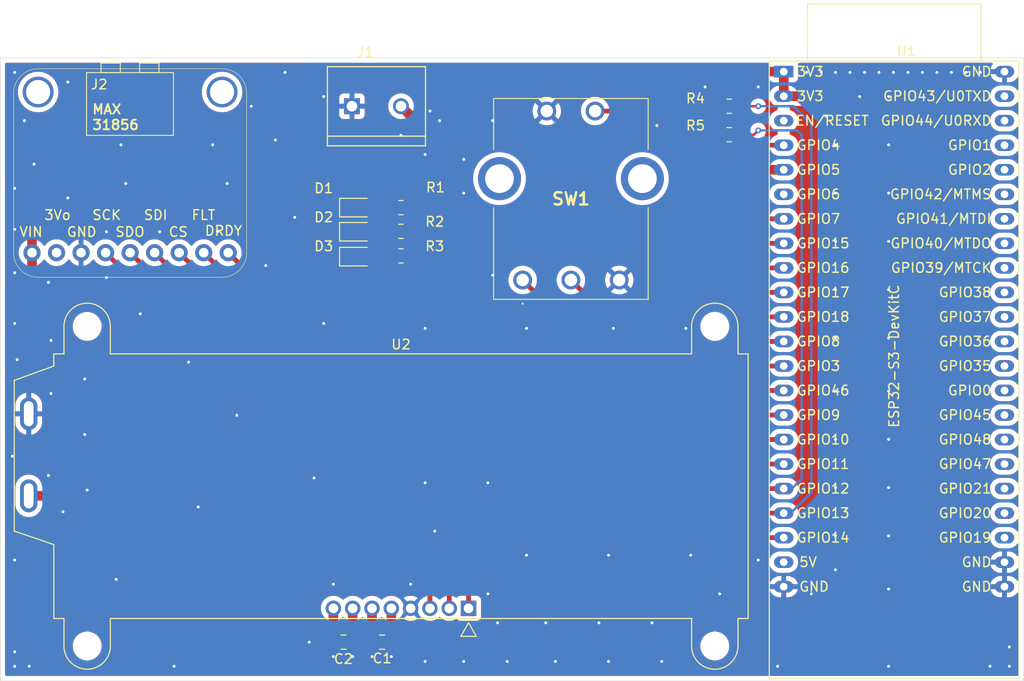
<source format=kicad_pcb>
(kicad_pcb (version 20241229) (generator "pcbnew") (generator_version "9.0")
  (title_block (title "Tube Furnace PCB") (date "2025-03-26") (rev "v2") (company "Waterloo Hacker Fab"))
  (layers (0 "F.Cu" signal) (2 "B.Cu" signal) (13 "F.Paste" user) (15 "B.Paste" user) (5 "F.SilkS" user "F.Silkscreen") (7 "B.SilkS" user "B.Silkscreen") (1 "F.Mask" user) (3 "B.Mask" user) (25 "Edge.Cuts" user))
  (net 0 "")
  (net 1 "GND")
  (net 2 "+3.3V")
  (net 3 "+5V")
  (net 4 "/SSR_PWM")
  (net 5 "Net-(D3-A)")
  (net 6 "Net-(D2-A)")
  (net 7 "Net-(D1-A)")
  (net 8 "Net-(U2-VOUT)")
  (net 9 "Net-(U2-C1+)")
  (net 10 "Net-(U2-C1-)")
  (net 11 "/SCL")
  (net 12 "/SDA")
  (net 13 "/ENC_B")
  (net 14 "/ENC_A")
  (net 15 "/ENC_SW")
  (net 16 "/MAX_SDO")
  (net 17 "/MAX_SCK")
  (net 18 "/MAX_DRDY")
  (net 19 "/MAX_3.3VOUT")
  (net 20 "/MAX_SDI")
  (net 21 "/MAX_CS")
  (net 22 "/MAX_FAULT")
  (net 23 "/DISPLAY_RST")
  (net 24 "/LED_1")
  (net 25 "/LED_2")
  (net 26 "/LED_3")
  (footprint "Diode_SMD:D_0805_2012Metric_Pad1.15x1.40mm_HandSolder" (layer "F.Cu") (at 121 76.5)
    (property "Reference" "D2" (hide yes))
    (property "Value" "LED")
    (pad "1" smd roundrect (at -1.025 0) (size 1.15 1.4) (layers "F.Cu" "F.Mask" "F.Paste") (roundrect_rratio 0.217391) (net 1 "GND"))
    (pad "2" smd roundrect (at 1.025 0) (size 1.15 1.4) (layers "F.Cu" "F.Mask" "F.Paste") (roundrect_rratio 0.217391) (net 6 "Net-(D2-A)"))
  )
  (footprint "phoenix_footprints:TE_282837-2" (layer "F.Cu") (at 122.96 63.5)
    (property "Reference" "J1" (at -1.127255 -5.614945 0) (layer "F.SilkS") (effects (font (size 1.002039 1.002039))))
    (property "Value" "Screw_Terminal_01x02")
    (pad "1" thru_hole rect (at -2.54 0) (size 1.65 1.65) (drill 1.1) (layers "*.Cu" "*.Mask") (net 1 "GND"))
    (pad "2" thru_hole circle (at 2.54 0) (size 1.65 1.65) (drill 1.1) (layers "*.Cu" "*.Mask") (net 4 "/SSR_PWM"))
  )
  (footprint "Capacitor_SMD:C_0805_2012Metric" (layer "F.Cu") (at 123.55 119 180)
    (property "Reference" "C1" (at 0 -1.68 0) (layer "F.SilkS"))
    (property "Value" "1uF")
    (pad "1" smd roundrect (at -0.95 0 180) (size 1 1.45) (layers "F.Cu" "F.Mask" "F.Paste") (net 2 "+3.3V"))
    (pad "2" smd roundrect (at 0.95 0 180) (size 1 1.45) (layers "F.Cu" "F.Mask" "F.Paste") (net 8 "Net-(U2-VOUT)"))
  )
  (footprint "Resistor_SMD:R_0805_2012Metric_Pad1.20x1.40mm_HandSolder" (layer "F.Cu") (at 125.5 76.46 180)
    (property "Reference" "R2" (at -3.5 1 0) (layer "F.SilkS"))
    (property "Value" "220")
    (pad "1" smd roundrect (at -1 0 180) (size 1.2 1.4) (layers "F.Cu" "F.Mask" "F.Paste") (roundrect_rratio 0.208333) (net 25 "/LED_2"))
    (pad "2" smd roundrect (at 1 0 180) (size 1.2 1.4) (layers "F.Cu" "F.Mask" "F.Paste") (roundrect_rratio 0.208333) (net 6 "Net-(D2-A)"))
  )
  (footprint "Capacitor_SMD:C_0805_2012Metric" (layer "F.Cu") (at 119.55 119 180)
    (property "Reference" "C2" (at 0.008519 -1.745267 0) (layer "F.SilkS"))
    (property "Value" "1uF")
    (pad "1" smd roundrect (at -0.95 0 180) (size 1 1.45) (layers "F.Cu" "F.Mask" "F.Paste") (net 9 "Net-(U2-C1+)"))
    (pad "2" smd roundrect (at 0.95 0 180) (size 1 1.45) (layers "F.Cu" "F.Mask" "F.Paste") (net 10 "Net-(U2-C1-)"))
  )
  (footprint "Resistor_SMD:R_0805_2012Metric_Pad1.20x1.40mm_HandSolder" (layer "F.Cu") (at 125.5 79 180)
    (property "Reference" "R3" (at -3.5 1 0) (layer "F.SilkS"))
    (property "Value" "220")
    (pad "1" smd roundrect (at -1 0 180) (size 1.2 1.4) (layers "F.Cu" "F.Mask" "F.Paste") (roundrect_rratio 0.208333) (net 26 "/LED_3"))
    (pad "2" smd roundrect (at 1 0 180) (size 1.2 1.4) (layers "F.Cu" "F.Mask" "F.Paste") (roundrect_rratio 0.208333) (net 5 "Net-(D3-A)"))
  )
  (footprint "!footprints:PEC164120FS0012" (layer "F.Cu") (at 138.1 81.5)
    (property "Reference" "SW1" (at 5 -8.4 0) (layer "F.SilkS") (effects (font (size 1.27 1.27) (thickness 0.254))))
    (property "Value" "RotaryEncoder_Switch" (hide yes))
    (pad "A" thru_hole circle (at 0 0) (size 1.95 1.95) (drill 1.3) (layers "*.Cu" "*.Mask") (net 14 "/ENC_A"))
    (pad "B" thru_hole circle (at 5 0) (size 1.95 1.95) (drill 1.3) (layers "*.Cu" "*.Mask") (net 13 "/ENC_B"))
    (pad "C" thru_hole circle (at 10 0) (size 1.95 1.95) (drill 1.3) (layers "*.Cu" "*.Mask") (net 1 "GND"))
    (pad "MH1" thru_hole circle (at -2.4 -10.5) (size 4.46 4.46) (drill 2.9732) (layers "*.Cu" "*.Mask"))
    (pad "MH2" thru_hole circle (at 12.4 -10.5) (size 4.46 4.46) (drill 2.9732) (layers "*.Cu" "*.Mask"))
    (pad "S1" thru_hole circle (at 2.5 -17.5) (size 1.95 1.95) (drill 1.3) (layers "*.Cu" "*.Mask") (net 1 "GND"))
    (pad "S2" thru_hole circle (at 7.5 -17.5) (size 1.95 1.95) (drill 1.3) (layers "*.Cu" "*.Mask") (net 15 "/ENC_SW"))
  )
  (footprint "Diode_SMD:D_0805_2012Metric_Pad1.15x1.40mm_HandSolder" (layer "F.Cu") (at 121 79.08)
    (property "Reference" "D3" (hide yes))
    (property "Value" "LED")
    (pad "1" smd roundrect (at -1.025 0) (size 1.15 1.4) (layers "F.Cu" "F.Mask" "F.Paste") (roundrect_rratio 0.217391) (net 1 "GND"))
    (pad "2" smd roundrect (at 1.025 0) (size 1.15 1.4) (layers "F.Cu" "F.Mask" "F.Paste") (roundrect_rratio 0.217391) (net 5 "Net-(D3-A)"))
  )
  (footprint "Resistor_SMD:R_0805_2012Metric_Pad1.20x1.40mm_HandSolder" (layer "F.Cu") (at 159.5 66.45)
    (property "Reference" "R5" (at -3.5 -0.95 0) (layer "F.SilkS"))
    (property "Value" "4.7k")
    (pad "1" smd roundrect (at -1 0) (size 1.2 1.4) (layers "F.Cu" "F.Mask" "F.Paste") (roundrect_rratio 0.208333) (net 2 "+3.3V"))
    (pad "2" smd roundrect (at 1 0) (size 1.2 1.4) (layers "F.Cu" "F.Mask" "F.Paste") (roundrect_rratio 0.208333) (net 12 "/SDA"))
  )
  (footprint "Resistor_SMD:R_0805_2012Metric_Pad1.20x1.40mm_HandSolder" (layer "F.Cu") (at 159.5 63.5)
    (property "Reference" "R4" (at -3.5 -0.8 0) (layer "F.SilkS"))
    (property "Value" "4.7k")
    (pad "1" smd roundrect (at -1 0) (size 1.2 1.4) (layers "F.Cu" "F.Mask" "F.Paste") (roundrect_rratio 0.208333) (net 2 "+3.3V"))
    (pad "2" smd roundrect (at 1 0) (size 1.2 1.4) (layers "F.Cu" "F.Mask" "F.Paste") (roundrect_rratio 0.208333) (net 11 "/SCL"))
  )
  (footprint "Diode_SMD:D_0805_2012Metric_Pad1.15x1.40mm_HandSolder" (layer "F.Cu") (at 121 74)
    (property "Reference" "D1" (hide yes))
    (property "Value" "LED")
    (pad "1" smd roundrect (at -1.025 0) (size 1.15 1.4) (layers "F.Cu" "F.Mask" "F.Paste") (roundrect_rratio 0.217391) (net 1 "GND"))
    (pad "2" smd roundrect (at 1.025 0) (size 1.15 1.4) (layers "F.Cu" "F.Mask" "F.Paste") (roundrect_rratio 0.217391) (net 7 "Net-(D1-A)"))
  )
  (footprint "Display:NHD-C0220BiZ" (layer "F.Cu") (at 125.5 99.6)
    (property "Reference" "U2" (at 0 -11.43 0) (layer "F.SilkS"))
    (property "Value" "NHD-C0220BIZ")
    (pad "" np_thru_hole circle (at -32.5 -13.3) (size 2.5 2.5) (drill 2.5) (layers "*.Cu" "*.Mask"))
    (pad "" np_thru_hole circle (at -32.5 19.8) (size 2.5 2.5) (drill 2.5) (layers "*.Cu" "*.Mask"))
    (pad "" np_thru_hole circle (at 32.5 -13.3) (size 2.5 2.5) (drill 2.5) (layers "*.Cu" "*.Mask"))
    (pad "" np_thru_hole circle (at 32.5 19.8) (size 2.5 2.5) (drill 2.5) (layers "*.Cu" "*.Mask"))
    (pad "1" thru_hole rect (at 7 15.9) (size 1.6 1.6) (drill 1) (layers "*.Cu" "*.Mask") (net 23 "/DISPLAY_RST"))
    (pad "2" thru_hole circle (at 5 15.9) (size 1.6 1.6) (drill 1) (layers "*.Cu" "*.Mask") (net 11 "/SCL"))
    (pad "3" thru_hole circle (at 3 15.9) (size 1.6 1.6) (drill 1) (layers "*.Cu" "*.Mask") (net 12 "/SDA"))
    (pad "4" thru_hole circle (at 1 15.9) (size 1.6 1.6) (drill 1) (layers "*.Cu" "*.Mask") (net 1 "GND"))
    (pad "5" thru_hole circle (at -1 15.9) (size 1.6 1.6) (drill 1) (layers "*.Cu" "*.Mask") (net 2 "+3.3V"))
    (pad "6" thru_hole circle (at -3 15.9) (size 1.6 1.6) (drill 1) (layers "*.Cu" "*.Mask") (net 8 "Net-(U2-VOUT)"))
    (pad "7" thru_hole circle (at -5 15.9) (size 1.6 1.6) (drill 1) (layers "*.Cu" "*.Mask") (net 9 "Net-(U2-C1+)"))
    (pad "8" thru_hole circle (at -7 15.9) (size 1.6 1.6) (drill 1) (layers "*.Cu" "*.Mask") (net 10 "Net-(U2-C1-)"))
    (pad "9" thru_hole oval (at -38.55 4.25) (size 1.8 3.4) (drill oval 1 2.6) (layers "*.Cu" "*.Mask") (net 2 "+3.3V"))
    (pad "10" thru_hole oval (at -38.55 -4.25) (size 1.8 3.4) (drill oval 1 2.6) (layers "*.Cu" "*.Mask") (net 1 "GND"))
  )
  (footprint "PCM_Espressif:ESP32-S3-DevKitC" (layer "F.Cu") (at 165.14 59.92)
    (property "Reference" "U1" (at 12.7 -2.1 0) (layer "F.SilkS"))
    (property "Value" "ESP32-S3-DevKitC" (at 11.42632 29.46128 90) (layer "F.SilkS"))
    (fp_text user "GPIO47" (at 21.59 40.64 0) (layer "F.SilkS") (effects (justify right)))
    (fp_text user "3V3" (at 1.27 0 0) (layer "F.SilkS") (effects (justify left)))
    (fp_text user "GPIO18" (at 1.27 25.4 0) (layer "F.SilkS") (effects (justify left)))
    (fp_text user "GND" (at 1.52032 53.33728 0) (layer "F.SilkS") (effects (justify left)))
    (fp_text user "GPIO12" (at 1.27 43.18 0) (layer "F.SilkS") (effects (justify left)))
    (fp_text user "GPIO11" (at 1.27 40.64 0) (layer "F.SilkS") (effects (justify left)))
    (fp_text user "GPIO48" (at 21.59 38.1 0) (layer "F.SilkS") (effects (justify right)))
    (fp_text user "GPIO2" (at 21.59 10.16 0) (layer "F.SilkS") (effects (justify right)))
    (fp_text user "GPIO36" (at 21.59 27.94 0) (layer "F.SilkS") (effects (justify right)))
    (fp_text user "3V3" (at 1.27 2.54 0) (layer "F.SilkS") (effects (justify left)))
    (fp_text user "GPIO40/MTDO" (at 21.59 17.78 0) (layer "F.SilkS") (effects (justify right)))
    (fp_text user "GPIO9" (at 1.27 35.56 0) (layer "F.SilkS") (effects (justify left)))
    (fp_text user "GND" (at 21.59 50.8 0) (layer "F.SilkS") (effects (justify right)))
    (fp_text user "GPIO17" (at 1.27 22.86 0) (layer "F.SilkS") (effects (justify left)))
    (fp_text user "GPIO21" (at 21.59 43.18 0) (layer "F.SilkS") (effects (justify right)))
    (fp_text user "GPIO6" (at 1.27 12.7 0) (layer "F.SilkS") (effects (justify left)))
    (fp_text user "GPIO5" (at 1.27 10.16 0) (layer "F.SilkS") (effects (justify left)))
    (fp_text user "GPIO19" (at 21.59 48.26 0) (layer "F.SilkS") (effects (justify right)))
    (fp_text user "GPIO37" (at 21.59 25.4 0) (layer "F.SilkS") (effects (justify right)))
    (fp_text user "GPIO20" (at 21.59 45.72 0) (layer "F.SilkS") (effects (justify right)))
    (fp_text user "GPIO38" (at 21.59 22.86 0) (layer "F.SilkS") (effects (justify right)))
    (fp_text user "GPIO7" (at 1.27 15.24 0) (layer "F.SilkS") (effects (justify left)))
    (fp_text user "GPIO39/MTCK" (at 21.59 20.32 0) (layer "F.SilkS") (effects (justify right)))
    (fp_text user "5V" (at 1.52032 50.79728 0) (layer "F.SilkS") (effects (justify left)))
    (fp_text user "GPIO44/U0RXD" (at 21.59 5.08 0) (layer "F.SilkS") (effects (justify right)))
    (fp_text user "GPIO0" (at 21.59 33.02 0) (layer "F.SilkS") (effects (justify right)))
    (fp_text user "GND" (at 21.59 0 0) (layer "F.SilkS") (effects (justify right)))
    (fp_text user "GPIO42/MTMS" (at 21.59 12.7 0) (layer "F.SilkS") (effects (justify right)))
    (fp_text user "GPIO4" (at 1.27 7.62 0) (layer "F.SilkS") (effects (justify left)))
    (fp_text user "GPIO10" (at 1.27 38.1 0) (layer "F.SilkS") (effects (justify left)))
    (fp_text user "GPIO13" (at 1.27 45.72 0) (layer "F.SilkS") (effects (justify left)))
    (fp_text user "GPIO46" (at 1.27 33.02 0) (layer "F.SilkS") (effects (justify left)))
    (fp_text user "GPIO8" (at 1.27 27.94 0) (layer "F.SilkS") (effects (justify left)))
    (fp_text user "GPIO41/MTDI" (at 21.59 15.24 0) (layer "F.SilkS") (effects (justify right)))
    (fp_text user "GPIO15" (at 1.27 17.78 0) (layer "F.SilkS") (effects (justify left)))
    (fp_text user "GPIO35" (at 21.59 30.48 0) (layer "F.SilkS") (effects (justify right)))
    (fp_text user "GND" (at 21.59 53.34 0) (layer "F.SilkS") (effects (justify right)))
    (fp_text user "GPIO14" (at 1.27 48.26 0) (layer "F.SilkS") (effects (justify left)))
    (fp_text user "GPIO1" (at 21.59 7.62 0) (layer "F.SilkS") (effects (justify right)))
    (fp_text user "GPIO43/U0TXD" (at 21.59 2.54 0) (layer "F.SilkS") (effects (justify right)))
    (fp_text user "GPIO45" (at 21.59 35.56 0) (layer "F.SilkS") (effects (justify right)))
    (fp_text user "GPIO16" (at 1.27 20.32 0) (layer "F.SilkS") (effects (justify left)))
    (fp_text user "GPIO3" (at 1.27 30.48 0) (layer "F.SilkS") (effects (justify left)))
    (fp_text user "EN/RESET" (at 8.88632 5.07728 0) (layer "F.SilkS") (effects (justify right)))
    (pad "1" thru_hole rect (at 0 0 270) (size 1.2 2) (drill 0.8) (layers "*.Cu" "*.Mask") (net 2 "+3.3V"))
    (pad "2" thru_hole oval (at 0 2.54 270) (size 1.2 2) (drill 0.8) (layers "*.Cu" "*.Mask") (net 2 "+3.3V"))
    (pad "3" thru_hole oval (at 0 5.08 270) (size 1.2 2) (drill 0.8) (layers "*.Cu" "*.Mask"))
    (pad "4" thru_hole oval (at 0 7.62 270) (size 1.2 2) (drill 0.8) (layers "*.Cu" "*.Mask") (net 15 "/ENC_SW"))
    (pad "5" thru_hole oval (at 0 10.16 270) (size 1.2 2) (drill 0.8) (layers "*.Cu" "*.Mask") (net 4 "/SSR_PWM"))
    (pad "6" thru_hole oval (at 0 12.7 270) (size 1.2 2) (drill 0.8) (layers "*.Cu" "*.Mask"))
    (pad "7" thru_hole oval (at 0 15.24 270) (size 1.2 2) (drill 0.8) (layers "*.Cu" "*.Mask") (net 24 "/LED_1"))
    (pad "8" thru_hole oval (at 0 17.78 270) (size 1.2 2) (drill 0.8) (layers "*.Cu" "*.Mask") (net 25 "/LED_2"))
    (pad "9" thru_hole oval (at 0 20.32 270) (size 1.2 2) (drill 0.8) (layers "*.Cu" "*.Mask") (net 26 "/LED_3"))
    (pad "10" thru_hole oval (at 0 22.86 270) (size 1.2 2) (drill 0.8) (layers "*.Cu" "*.Mask") (net 13 "/ENC_B"))
    (pad "11" thru_hole oval (at 0 25.4 270) (size 1.2 2) (drill 0.8) (layers "*.Cu" "*.Mask") (net 14 "/ENC_A"))
    (pad "12" thru_hole oval (at 0 27.94 270) (size 1.2 2) (drill 0.8) (layers "*.Cu" "*.Mask") (net 18 "/MAX_DRDY"))
    (pad "13" thru_hole oval (at 0 30.48 270) (size 1.2 2) (drill 0.8) (layers "*.Cu" "*.Mask") (net 22 "/MAX_FAULT"))
    (pad "14" thru_hole oval (at 0 33.02 270) (size 1.2 2) (drill 0.8) (layers "*.Cu" "*.Mask") (net 21 "/MAX_CS"))
    (pad "15" thru_hole oval (at 0 35.56 270) (size 1.2 2) (drill 0.8) (layers "*.Cu" "*.Mask") (net 20 "/MAX_SDI"))
    (pad "16" thru_hole oval (at 0 38.1 270) (size 1.2 2) (drill 0.8) (layers "*.Cu" "*.Mask") (net 16 "/MAX_SDO"))
    (pad "17" thru_hole oval (at 0 40.64 270) (size 1.2 2) (drill 0.8) (layers "*.Cu" "*.Mask") (net 17 "/MAX_SCK"))
    (pad "18" thru_hole oval (at 0 43.18 270) (size 1.2 2) (drill 0.8) (layers "*.Cu" "*.Mask") (net 12 "/SDA"))
    (pad "19" thru_hole oval (at 0 45.72 270) (size 1.2 2) (drill 0.8) (layers "*.Cu" "*.Mask") (net 11 "/SCL"))
    (pad "20" thru_hole oval (at -0.00368 48.25728 270) (size 1.2 2) (drill 0.8) (layers "*.Cu" "*.Mask") (net 23 "/DISPLAY_RST"))
    (pad "21" thru_hole oval (at -0.00368 50.79728 270) (size 1.2 2) (drill 0.8) (layers "*.Cu" "*.Mask") (net 3 "+5V"))
    (pad "22" thru_hole oval (at -0.00368 53.33728 270) (size 1.2 2) (drill 0.8) (layers "*.Cu" "*.Mask") (net 1 "GND"))
    (pad "23" thru_hole oval (at 22.86 53.34 270) (size 1.2 2) (drill 0.8) (layers "*.Cu" "*.Mask") (net 1 "GND"))
    (pad "24" thru_hole oval (at 22.86 50.8 270) (size 1.2 2) (drill 0.8) (layers "*.Cu" "*.Mask") (net 1 "GND"))
    (pad "25" thru_hole oval (at 22.86 48.26 270) (size 1.2 2) (drill 0.8) (layers "*.Cu" "*.Mask"))
    (pad "26" thru_hole oval (at 22.86 45.72 270) (size 1.2 2) (drill 0.8) (layers "*.Cu" "*.Mask"))
    (pad "27" thru_hole oval (at 22.86 43.18 270) (size 1.2 2) (drill 0.8) (layers "*.Cu" "*.Mask"))
    (pad "28" thru_hole oval (at 22.86 40.64 270) (size 1.2 2) (drill 0.8) (layers "*.Cu" "*.Mask"))
    (pad "29" thru_hole oval (at 22.86 38.1 270) (size 1.2 2) (drill 0.8) (layers "*.Cu" "*.Mask"))
    (pad "30" thru_hole oval (at 22.86 35.56 270) (size 1.2 2) (drill 0.8) (layers "*.Cu" "*.Mask"))
    (pad "31" thru_hole oval (at 22.86 33.02 270) (size 1.2 2) (drill 0.8) (layers "*.Cu" "*.Mask"))
    (pad "32" thru_hole oval (at 22.86 30.48 270) (size 1.2 2) (drill 0.8) (layers "*.Cu" "*.Mask"))
    (pad "33" thru_hole oval (at 22.86 27.94 270) (size 1.2 2) (drill 0.8) (layers "*.Cu" "*.Mask"))
    (pad "34" thru_hole oval (at 22.86 25.4 270) (size 1.2 2) (drill 0.8) (layers "*.Cu" "*.Mask"))
    (pad "35" thru_hole oval (at 22.86 22.86 270) (size 1.2 2) (drill 0.8) (layers "*.Cu" "*.Mask"))
    (pad "36" thru_hole oval (at 22.86 20.32 270) (size 1.2 2) (drill 0.8) (layers "*.Cu" "*.Mask"))
    (pad "37" thru_hole oval (at 22.86 17.78 270) (size 1.2 2) (drill 0.8) (layers "*.Cu" "*.Mask"))
    (pad "38" thru_hole oval (at 22.86 15.24 270) (size 1.2 2) (drill 0.8) (layers "*.Cu" "*.Mask"))
    (pad "39" thru_hole oval (at 22.86 12.7 270) (size 1.2 2) (drill 0.8) (layers "*.Cu" "*.Mask"))
    (pad "40" thru_hole oval (at 22.86 10.16 270) (size 1.2 2) (drill 0.8) (layers "*.Cu" "*.Mask"))
    (pad "41" thru_hole oval (at 22.86 7.62 270) (size 1.2 2) (drill 0.8) (layers "*.Cu" "*.Mask"))
    (pad "42" thru_hole oval (at 22.86 5.08 270) (size 1.2 2) (drill 0.8) (layers "*.Cu" "*.Mask"))
    (pad "43" thru_hole oval (at 22.86 2.54 270) (size 1.2 2) (drill 0.8) (layers "*.Cu" "*.Mask"))
    (pad "44" thru_hole oval (at 22.86 0 270) (size 1.2 2) (drill 0.8) (layers "*.Cu" "*.Mask") (net 1 "GND"))
  )
  (footprint "!footprints:MAX31856_HEADER" (layer "F.Cu") (at 87.936314 62.019686)
    (property "Reference" "J2" (at 6.313686 -0.769686 0) (layer "F.SilkS"))
    (property "Value" "Conn_01x09_Socket")
    (fp_text user "SCK" (at 7.08 12.75 0) (layer "F.SilkS") (effects (font (thickness 0.1524))))
    (fp_text user "SDI" (at 12.16 12.75 0) (layer "F.SilkS") (effects (font (thickness 0.1524))))
    (fp_text user "GND" (at 4.5 14.5 0) (layer "F.SilkS") (effects (font (thickness 0.1524))))
    (fp_text user "FLT" (at 17.113 12.75 0) (layer "F.SilkS") (effects (font (thickness 0.1524))))
    (fp_text user "3Vo" (at 2 12.75 0) (layer "F.SilkS") (effects (font (thickness 0.1524))))
    (fp_text user "CS" (at 14.5 14.5 0) (layer "F.SilkS") (effects (font (thickness 0.1524))))
    (fp_text user "SDO" (at 9.5 14.5 0) (layer "F.SilkS") (effects (font (thickness 0.1524))))
    (fp_text user "DRDY" (at 19.193 14.375686 0) (layer "F.SilkS") (effects (font (thickness 0.1524))))
    (fp_text user "VIN" (at -0.75 14.5 0) (layer "F.SilkS") (effects (font (thickness 0.1524))))
    (fp_text user "MAX\n31856" (at 5.5 4 0) (layer "F.SilkS") (effects (font (thickness 0.1905)) (justify left bottom)))
    (pad "1" thru_hole circle (at 19.673686 16.648314 270) (size 1.778 1.778) (drill 1) (layers "*.Cu" "*.Mask") (net 18 "/MAX_DRDY"))
    (pad "2" thru_hole circle (at 17.133686 16.648314 270) (size 1.778 1.778) (drill 1) (layers "*.Cu" "*.Mask") (net 22 "/MAX_FAULT"))
    (pad "3" thru_hole circle (at 14.593686 16.648314 270) (size 1.778 1.778) (drill 1) (layers "*.Cu" "*.Mask") (net 21 "/MAX_CS"))
    (pad "4" thru_hole circle (at 12.053686 16.648314 270) (size 1.778 1.778) (drill 1) (layers "*.Cu" "*.Mask") (net 20 "/MAX_SDI"))
    (pad "5" thru_hole circle (at 9.513686 16.648314 270) (size 1.778 1.778) (drill 1) (layers "*.Cu" "*.Mask") (net 16 "/MAX_SDO"))
    (pad "6" thru_hole circle (at 6.973686 16.648314 270) (size 1.778 1.778) (drill 1) (layers "*.Cu" "*.Mask") (net 17 "/MAX_SCK"))
    (pad "7" thru_hole circle (at 4.433686 16.648314 270) (size 1.778 1.778) (drill 1) (layers "*.Cu" "*.Mask") (net 1 "GND"))
    (pad "8" thru_hole circle (at 1.893686 16.648314 270) (size 1.778 1.778) (drill 1) (layers "*.Cu" "*.Mask") (net 19 "/MAX_3.3VOUT"))
    (pad "9" thru_hole circle (at -0.646314 16.648314 270) (size 1.778 1.778) (drill 1) (layers "*.Cu" "*.Mask") (net 2 "+3.3V"))
    (pad "P$1" thru_hole circle (at -0.011314 0.011314) (size 3.2 3.2) (drill 2.5) (layers "*.Cu" "*.Mask"))
    (pad "P$1" thru_hole circle (at 19.038686 0.011314) (size 3.2 3.2) (drill 2.5) (layers "*.Cu" "*.Mask"))
    (zone (net 0) (net_name "") (layer "F.Cu") (connect_pads (clearance 0)) (min_thickness 0.25)
      (keepout (tracks not_allowed) (vias not_allowed) (pads not_allowed) (copperpour not_allowed) (footprints allowed))
      (fill (thermal_gap 0.5) (thermal_bridge_width 0.5))
      (polygon (pts (xy 89.941 62.031) (xy 89.92138 61.750427) (xy 89.862904 61.475315) (xy 89.766708 61.211019) (xy 89.660954 61.012126) (xy 89.530197 60.766208) (xy 89.273967 60.53282) (xy 89.052333 60.35966) (xy 88.808756 60.219031) (xy 88.547978 60.11367) (xy 88.275075 60.045628) (xy 87.995357 60.016228) (xy 87.714271 60.026044) (xy 87.437285 60.074884) (xy 87.169793 60.161797) (xy 86.917 60.285093) (xy 86.683826 60.44237) (xy 86.474811 60.630569) (xy 86.294022 60.846025) (xy 86.144978 61.084545) (xy 86.03058 61.341487) (xy 85.953054 61.61185) (xy 85.913911 61.890371) (xy 85.913911 62.171629) (xy 85.953054 62.45015) (xy 86.03058 62.720513) (xy 86.144978 62.977455) (xy 86.294022 63.215975) (xy 86.474811 63.431431) (xy 86.683826 63.61963) (xy 86.917 63.776907) (xy 87.169793 63.900203) (xy 87.437285 63.987116) (xy 87.714271 64.035956) (xy 87.995357 64.045772) (xy 88.275075 64.016372) (xy 88.547978 63.94833) (xy 88.808756 63.842969) (xy 89.052333 63.70234) (xy 89.273967 63.52918) (xy 89.469346 63.32686) (xy 89.634665 63.099317) (xy 89.766708 62.850981) (xy 89.862904 62.586685) (xy 89.92138 62.311573)))
      (polygon (pts (xy 87.909 62.031) (xy 87.913686 62.042314) (xy 87.925 62.047) (xy 87.936314 62.042314) (xy 87.941 62.031) (xy 87.936314 62.019686) (xy 87.925 62.015) (xy 87.913686 62.019686)))
    )
    (zone (net 0) (net_name "") (layer "F.Cu") (connect_pads (clearance 0)) (min_thickness 0.25)
      (keepout (tracks not_allowed) (vias not_allowed) (pads not_allowed) (copperpour not_allowed) (footprints allowed))
      (fill (thermal_gap 0.5) (thermal_bridge_width 0.5))
      (polygon (pts (xy 108.991 62.031) (xy 108.97138 61.750427) (xy 108.912904 61.475315) (xy 108.816708 61.211019) (xy 108.684665 60.962683) (xy 108.519346 60.73514) (xy 108.323967 60.53282) (xy 108.102333 60.35966) (xy 107.858756 60.219031) (xy 107.597978 60.11367) (xy 107.325075 60.045628) (xy 107.045357 60.016228) (xy 106.764271 60.026044) (xy 106.487285 60.074884) (xy 106.219793 60.161797) (xy 105.967 60.285093) (xy 105.733826 60.44237) (xy 105.524811 60.630569) (xy 105.344022 60.846025) (xy 105.194978 61.084545) (xy 105.08058 61.341487) (xy 105.003054 61.61185) (xy 104.963911 61.890371) (xy 104.963911 62.171629) (xy 105.003054 62.45015) (xy 105.08058 62.720513) (xy 105.194978 62.977455) (xy 105.344022 63.215975) (xy 105.524811 63.431431) (xy 105.733826 63.61963) (xy 105.967 63.776907) (xy 106.219793 63.900203) (xy 106.487285 63.987116) (xy 106.764271 64.035956) (xy 107.045357 64.045772) (xy 107.325075 64.016372) (xy 107.597978 63.94833) (xy 107.858756 63.842969) (xy 108.102333 63.70234) (xy 108.323967 63.52918) (xy 108.519346 63.32686) (xy 108.684665 63.099317) (xy 108.816708 62.850981) (xy 108.912904 62.586685) (xy 108.97138 62.311573)))
      (polygon (pts (xy 106.959 62.031) (xy 106.963686 62.042314) (xy 106.975 62.047) (xy 106.986314 62.042314) (xy 106.991 62.031) (xy 106.986314 62.019686) (xy 106.975 62.015) (xy 106.963686 62.019686)))
    )
    (zone (net 0) (net_name "") (layer "B.Cu") (connect_pads (clearance 0)) (min_thickness 0.25)
      (keepout (tracks not_allowed) (vias not_allowed) (pads not_allowed) (copperpour not_allowed) (footprints allowed))
      (fill (thermal_gap 0.5) (thermal_bridge_width 0.5))
      (polygon (pts (xy 89.941 62.031) (xy 89.92138 61.750427) (xy 89.862904 61.475315) (xy 89.766708 61.211019) (xy 89.634665 60.962683) (xy 89.469346 60.73514) (xy 89.273967 60.53282) (xy 89.052333 60.35966) (xy 88.808756 60.219031) (xy 88.547978 60.11367) (xy 88.275075 60.045628) (xy 87.995357 60.016228) (xy 87.714271 60.026044) (xy 87.437285 60.074884) (xy 87.169793 60.161797) (xy 86.917 60.285093) (xy 86.683826 60.44237) (xy 86.474811 60.630569) (xy 86.294022 60.846025) (xy 86.144978 61.084545) (xy 86.03058 61.341487) (xy 85.953054 61.61185) (xy 85.913911 61.890371) (xy 85.913911 62.171629) (xy 85.953054 62.45015) (xy 86.03058 62.720513) (xy 86.144978 62.977455) (xy 86.294022 63.215975) (xy 86.474811 63.431431) (xy 86.683826 63.61963) (xy 86.917 63.776907) (xy 87.169793 63.900203) (xy 87.437285 63.987116) (xy 87.714271 64.035956) (xy 87.995357 64.045772) (xy 88.275075 64.016372) (xy 88.547978 63.94833) (xy 88.808756 63.842969) (xy 89.052333 63.70234) (xy 89.273967 63.52918) (xy 89.469346 63.32686) (xy 89.634665 63.099317) (xy 89.766708 62.850981) (xy 89.862904 62.586685) (xy 89.92138 62.311573)))
      (polygon (pts (xy 87.909 62.031) (xy 87.913686 62.042314) (xy 87.925 62.047) (xy 87.936314 62.042314) (xy 87.941 62.031) (xy 87.936314 62.019686) (xy 87.925 62.015) (xy 87.913686 62.019686)))
    )
    (zone (net 0) (net_name "") (layer "B.Cu") (connect_pads (clearance 0)) (min_thickness 0.25)
      (keepout (tracks not_allowed) (vias not_allowed) (pads not_allowed) (copperpour not_allowed) (footprints allowed))
      (fill (thermal_gap 0.5) (thermal_bridge_width 0.5))
      (polygon (pts (xy 108.991 62.031) (xy 108.97138 61.750427) (xy 108.912904 61.475315) (xy 108.816708 61.211019) (xy 108.684665 60.962683) (xy 108.519346 60.73514) (xy 108.323967 60.53282) (xy 108.102333 60.35966) (xy 107.858756 60.219031) (xy 107.597978 60.11367) (xy 107.325075 60.045628) (xy 107.045357 60.016228) (xy 106.764271 60.026044) (xy 106.487285 60.074884) (xy 106.219793 60.161797) (xy 105.967 60.285093) (xy 105.733826 60.44237) (xy 105.524811 60.630569) (xy 105.344022 60.846025) (xy 105.194978 61.084545) (xy 105.08058 61.341487) (xy 105.003054 61.61185) (xy 104.963911 61.890371) (xy 104.963911 62.171629) (xy 105.003054 62.45015) (xy 105.08058 62.720513) (xy 105.194978 62.977455) (xy 105.344022 63.215975) (xy 105.524811 63.431431) (xy 105.733826 63.61963) (xy 105.967 63.776907) (xy 106.219793 63.900203) (xy 106.487285 63.987116) (xy 106.764271 64.035956) (xy 107.045357 64.045772) (xy 107.325075 64.016372) (xy 107.597978 63.94833) (xy 107.858756 63.842969) (xy 108.102333 63.70234) (xy 108.323967 63.52918) (xy 108.519346 63.32686) (xy 108.684665 63.099317) (xy 108.816708 62.850981) (xy 108.912904 62.586685) (xy 108.97138 62.311573)))
      (polygon (pts (xy 106.959 62.031) (xy 106.963686 62.042314) (xy 106.975 62.047) (xy 106.986314 62.042314) (xy 106.991 62.031) (xy 106.986314 62.019686) (xy 106.975 62.015) (xy 106.963686 62.019686)))
    )
  )
  (footprint "Resistor_SMD:R_0805_2012Metric_Pad1.20x1.40mm_HandSolder" (layer "F.Cu") (at 125.5 74 180)
    (property "Reference" "R1" (hide yes))
    (property "Value" "220")
    (pad "1" smd roundrect (at -1 0 180) (size 1.2 1.4) (layers "F.Cu" "F.Mask" "F.Paste") (roundrect_rratio 0.208333) (net 24 "/LED_1"))
    (pad "2" smd roundrect (at 1 0 180) (size 1.2 1.4) (layers "F.Cu" "F.Mask" "F.Paste") (roundrect_rratio 0.208333) (net 7 "Net-(D1-A)"))
  )
  (gr_rect (start 84 58.5) (end 190 123) (stroke (width 0.05)) (fill no) (layer "Edge.Cuts"))
  (gr_text "D3" (at 117.5 78 0) (layer "F.SilkS") (effects (font (size 1 1))))
  (gr_text "D1" (at 117.5 72 0) (layer "F.SilkS") (effects (font (size 1 1))))
  (gr_text "D2" (at 117.5 75 0) (layer "F.SilkS") (effects (font (size 1 1))))
  (gr_text "R1" (at 128 72.5 0) (layer "F.SilkS") (effects (font (size 1 1)) (justify left bottom)))
  (via (at 152.5 121) (size 0.6) (drill 0.3) (layers "F.Cu" "B.Cu") (net 1))
  (via (at 185.5 60) (size 0.6) (drill 0.3) (layers "F.Cu" "B.Cu") (net 1))
  (via (at 179.5 60) (size 0.6) (drill 0.3) (layers "F.Cu" "B.Cu") (net 1))
  (via (at 170.5 93) (size 0.6) (drill 0.3) (layers "F.Cu" "B.Cu") (net 1))
  (via (at 91 73) (size 0.6) (drill 0.3) (layers "F.Cu" "B.Cu") (net 1))
  (via (at 98.5 85) (size 0.6) (drill 0.3) (layers "F.Cu" "B.Cu") (net 1))
  (via (at 89.25 93.25) (size 0.6) (drill 0.3) (layers "F.Cu" "B.Cu") (net 1))
  (via (at 96.5 67.5) (size 0.6) (drill 0.3) (layers "F.Cu" "B.Cu") (net 1))
  (via (at 140.5 117) (size 0.6) (drill 0.3) (layers "F.Cu" "B.Cu") (net 1))
  (via (at 132 121) (size 0.6) (drill 0.3) (layers "F.Cu" "B.Cu") (net 1))
  (via (at 132 72.5) (size 0.6) (drill 0.3) (layers "F.Cu" "B.Cu") (net 1))
  (via (at 162.5 110.5) (size 0.6) (drill 0.3) (layers "F.Cu" "B.Cu") (net 1))
  (via (at 170.5 60) (size 0.6) (drill 0.3) (layers "F.Cu" "B.Cu") (net 1))
  (via (at 85.5 121.5) (size 0.6) (drill 0.3) (layers "F.Cu" "B.Cu") (net 1))
  (via (at 172 60) (size 0.6) (drill 0.3) (layers "F.Cu" "B.Cu") (net 1))
  (via (at 182.5 60) (size 0.6) (drill 0.3) (layers "F.Cu" "B.Cu") (net 1))
  (via (at 122.5 120.5) (size 0.6) (drill 0.3) (layers "F.Cu" "B.Cu") (net 1))
  (via (at 170.5 103) (size 0.6) (drill 0.3) (layers "F.Cu" "B.Cu") (net 1))
  (via (at 106.5 76.5) (size 0.6) (drill 0.3) (layers "F.Cu" "B.Cu") (net 1))
  (via (at 176 77.5) (size 0.6) (drill 0.3) (layers "F.Cu" "B.Cu") (net 1))
  (via (at 176 87.5) (size 0.6) (drill 0.3) (layers "F.Cu" "B.Cu") (net 1))
  (via (at 96 112.5) (size 0.6) (drill 0.3) (layers "F.Cu" "B.Cu") (net 1))
  (via (at 169.02461 59.973958) (size 0.6) (drill 0.3) (layers "F.Cu" "B.Cu") (net 1))
  (via (at 141.5 121) (size 0.6) (drill 0.3) (layers "F.Cu" "B.Cu") (net 1))
  (via (at 186.5 121.5) (size 0.6) (drill 0.3) (layers "F.Cu" "B.Cu") (net 1))
  (via (at 116.5 102) (size 0.6) (drill 0.3) (layers "F.Cu" "B.Cu") (net 1))
  (via (at 176 98) (size 0.6) (drill 0.3) (layers "F.Cu" "B.Cu") (net 1))
  (via (at 170.5 72.5) (size 0.6) (drill 0.3) (layers "F.Cu" "B.Cu") (net 1))
  (via (at 126.5 113) (size 0.6) (drill 0.3) (layers "F.Cu" "B.Cu") (net 1))
  (via (at 176.5 60) (size 0.6) (drill 0.3) (layers "F.Cu" "B.Cu") (net 1))
  (via (at 85.5 80.75) (size 0.6) (drill 0.3) (layers "F.Cu" "B.Cu") (net 1))
  (via (at 152 65.5) (size 0.6) (drill 0.3) (layers "F.Cu" "B.Cu") (net 1))
  (via (at 135 65) (size 0.6) (drill 0.3) (layers "F.Cu" "B.Cu") (net 1))
  (via (at 188.5 119.5) (size 0.6) (drill 0.3) (layers "F.Cu" "B.Cu") (net 1))
  (via (at 164.5 121.5) (size 0.6) (drill 0.3) (layers "F.Cu" "B.Cu") (net 1))
  (via (at 87 121.5) (size 0.6) (drill 0.3) (layers "F.Cu" "B.Cu") (net 1))
  (via (at 128 86.5) (size 0.6) (drill 0.3) (layers "F.Cu" "B.Cu") (net 1))
  (via (at 147.5 86.5) (size 0.6) (drill 0.3) (layers "F.Cu" "B.Cu") (net 1))
  (via (at 178 60) (size 0.6) (drill 0.3) (layers "F.Cu" "B.Cu") (net 1))
  (via (at 95 81.25) (size 0.6) (drill 0.3) (layers "F.Cu" "B.Cu") (net 1))
  (via (at 175 60) (size 0.6) (drill 0.3) (layers "F.Cu" "B.Cu") (net 1))
  (via (at 125.5 66.5) (size 0.6) (drill 0.3) (layers "F.Cu" "B.Cu") (net 1))
  (via (at 136.5 121) (size 0.6) (drill 0.3) (layers "F.Cu" "B.Cu") (net 1))
  (via (at 97 71.5) (size 0.6) (drill 0.3) (layers "F.Cu" "B.Cu") (net 1))
  (via (at 176 82.5) (size 0.6) (drill 0.3) (layers "F.Cu" "B.Cu") (net 1))
  (via (at 87.5 69.5) (size 0.6) (drill 0.3) (layers "F.Cu" "B.Cu") (net 1))
  (via (at 117.5 86) (size 0.6) (drill 0.3) (layers "F.Cu" "B.Cu") (net 1))
  (via (at 85.5 110.5) (size 0.6) (drill 0.3) (layers "F.Cu" "B.Cu") (net 1))
  (via (at 89 81.75) (size 0.6) (drill 0.3) (layers "F.Cu" "B.Cu") (net 1))
  (via (at 134.5 114) (size 0.6) (drill 0.3) (layers "F.Cu" "B.Cu") (net 1))
  (via (at 120.5 120.5) (size 0.6) (drill 0.3) (layers "F.Cu" "B.Cu") (net 1))
  (via (at 118.5 120.5) (size 0.6) (drill 0.3) (layers "F.Cu" "B.Cu") (net 1))
  (via (at 102 121.5) (size 0.6) (drill 0.3) (layers "F.Cu" "B.Cu") (net 1))
  (via (at 90.5 105.5) (size 0.6) (drill 0.3) (layers "F.Cu" "B.Cu") (net 1))
  (via (at 85.5 60) (size 0.6) (drill 0.3) (layers "F.Cu" "B.Cu") (net 1))
  (via (at 85.25 99.75) (size 0.6) (drill 0.3) (layers "F.Cu" "B.Cu") (net 1))
  (via (at 129.5 65) (size 0.6) (drill 0.3) (layers "F.Cu" "B.Cu") (net 1))
  (via (at 138.5 110) (size 0.6) (drill 0.3) (layers "F.Cu" "B.Cu") (net 1))
  (via (at 108.5 95.5) (size 0.6) (drill 0.3) (layers "F.Cu" "B.Cu") (net 1))
  (via (at 116 119) (size 0.6) (drill 0.3) (layers "F.Cu" "B.Cu") (net 1))
  (via (at 176 121.5) (size 0.6) (drill 0.3) (layers "F.Cu" "B.Cu") (net 1))
  (via (at 100.5 76.5) (size 0.6) (drill 0.3) (layers "F.Cu" "B.Cu") (net 1))
  (via (at 132 69) (size 0.6) (drill 0.3) (layers "F.Cu" "B.Cu") (net 1))
  (via (at 128 121) (size 0.6) (drill 0.3) (layers "F.Cu" "B.Cu") (net 1))
  (via (at 85.75 89.75) (size 0.6) (drill 0.3) (layers "F.Cu" "B.Cu") (net 1))
  (via (at 117.5 62.5) (size 0.6) (drill 0.3) (layers "F.Cu" "B.Cu") (net 1))
  (via (at 112.5 67) (size 0.6) (drill 0.3) (layers "F.Cu" "B.Cu") (net 1))
  (via (at 124.5 120.5) (size 0.6) (drill 0.3) (layers "F.Cu" "B.Cu") (net 1))
  (via (at 85.5 120) (size 0.6) (drill 0.3) (layers "F.Cu" "B.Cu") (net 1))
  (via (at 170.5 98) (size 0.6) (drill 0.3) (layers "F.Cu" "B.Cu") (net 1))
  (via (at 91 61) (size 0.6) (drill 0.3) (layers "F.Cu" "B.Cu") (net 1))
  (via (at 89.25 87.75) (size 0.6) (drill 0.3) (layers "F.Cu" "B.Cu") (net 1))
  (via (at 169.5 64.5) (size 0.6) (drill 0.3) (layers "F.Cu" "B.Cu") (net 1))
  (via (at 170.5 87.5) (size 0.6) (drill 0.3) (layers "F.Cu" "B.Cu") (net 1))
  (via (at 184 60) (size 0.6) (drill 0.3) (layers "F.Cu" "B.Cu") (net 1))
  (via (at 114.5 75) (size 0.6) (drill 0.3) (layers "F.Cu" "B.Cu") (net 1))
  (via (at 128 102.5) (size 0.6) (drill 0.3) (layers "F.Cu" "B.Cu") (net 1))
  (via (at 107.5 71.5) (size 0.6) (drill 0.3) (layers "F.Cu" "B.Cu") (net 1))
  (via (at 85.5 86) (size 0.6) (drill 0.3) (layers "F.Cu" "B.Cu") (net 1))
  (via (at 89 101.75) (size 0.6) (drill 0.3) (layers "F.Cu" "B.Cu") (net 1))
  (via (at 158.5 114) (size 0.6) (drill 0.3) (layers "F.Cu" "B.Cu") (net 1))
  (via (at 170.5 111.5) (size 0.6) (drill 0.3) (layers "F.Cu" "B.Cu") (net 1))
  (via (at 113.5 60) (size 0.6) (drill 0.3) (layers "F.Cu" "B.Cu") (net 1))
  (via (at 176 62.5) (size 0.6) (drill 0.3) (layers "F.Cu" "B.Cu") (net 1))
  (via (at 85.5 72) (size 0.6) (drill 0.3) (layers "F.Cu" "B.Cu") (net 1))
  (via (at 188.5 121.5) (size 0.6) (drill 0.3) (layers "F.Cu" "B.Cu") (net 1))
  (via (at 146 117) (size 0.6) (drill 0.3) (layers "F.Cu" "B.Cu") (net 1))
  (via (at 170.5 77.5) (size 0.6) (drill 0.3) (layers "F.Cu" "B.Cu") (net 1))
  (via (at 151.5 117) (size 0.6) (drill 0.3) (layers "F.Cu" "B.Cu") (net 1))
  (via (at 173 62.5) (size 0.6) (drill 0.3) (layers "F.Cu" "B.Cu") (net 1))
  (via (at 128 68.5) (size 0.6) (drill 0.3) (layers "F.Cu" "B.Cu") (net 1))
  (via (at 86.5 65) (size 0.6) (drill 0.3) (layers "F.Cu" "B.Cu") (net 1))
  (via (at 170.5 108) (size 0.6) (drill 0.3) (layers "F.Cu" "B.Cu") (net 1))
  (via (at 103.5 90) (size 0.6) (drill 0.3) (layers "F.Cu" "B.Cu") (net 1))
  (via (at 111.5 80) (size 0.6) (drill 0.3) (layers "F.Cu" "B.Cu") (net 1))
  (via (at 135.5 117) (size 0.6) (drill 0.3) (layers "F.Cu" "B.Cu") (net 1))
  (via (at 181 60) (size 0.6) (drill 0.3) (layers "F.Cu" "B.Cu") (net 1))
  (via (at 147 121) (size 0.6) (drill 0.3) (layers "F.Cu" "B.Cu") (net 1))
  (via (at 176 108) (size 0.6) (drill 0.3) (layers "F.Cu" "B.Cu") (net 1))
  (via (at 147 110) (size 0.6) (drill 0.3) (layers "F.Cu" "B.Cu") (net 1))
  (via (at 135 81) (size 0.6) (drill 0.3) (layers "F.Cu" "B.Cu") (net 1))
  (via (at 176 67.5) (size 0.6) (drill 0.3) (layers "F.Cu" "B.Cu") (net 1))
  (via (at 118.5 113) (size 0.6) (drill 0.3) (layers "F.Cu" "B.Cu") (net 1))
  (via (at 106 67.5) (size 0.6) (drill 0.3) (layers "F.Cu" "B.Cu") (net 1))
  (via (at 85.5 76.25) (size 0.6) (drill 0.3) (layers "F.Cu" "B.Cu") (net 1))
  (via (at 95 76.5) (size 0.6) (drill 0.3) (layers "F.Cu" "B.Cu") (net 1))
  (via (at 92.75 97.5) (size 0.6) (drill 0.3) (layers "F.Cu" "B.Cu") (net 1))
  (via (at 176 72.5) (size 0.6) (drill 0.3) (layers "F.Cu" "B.Cu") (net 1))
  (via (at 176 113.5) (size 0.6) (drill 0.3) (layers "F.Cu" "B.Cu") (net 1))
  (via (at 92.75 91.75) (size 0.6) (drill 0.3) (layers "F.Cu" "B.Cu") (net 1))
  (via (at 170.5 82.5) (size 0.6) (drill 0.3) (layers "F.Cu" "B.Cu") (net 1))
  (via (at 128.5 64) (size 0.6) (drill 0.3) (layers "F.Cu" "B.Cu") (net 1))
  (via (at 176 103) (size 0.6) (drill 0.3) (layers "F.Cu" "B.Cu") (net 1))
  (via (at 155.5 110) (size 0.6) (drill 0.3) (layers "F.Cu" "B.Cu") (net 1))
  (via (at 134.5 102.5) (size 0.6) (drill 0.3) (layers "F.Cu" "B.Cu") (net 1))
  (via (at 173.5 60) (size 0.6) (drill 0.3) (layers "F.Cu" "B.Cu") (net 1))
  (via (at 129 107.5) (size 0.6) (drill 0.3) (layers "F.Cu" "B.Cu") (net 1))
  (via (at 162.5 61.5) (size 0.6) (drill 0.3) (layers "F.Cu" "B.Cu") (net 1))
  (via (at 93 103.25) (size 0.6) (drill 0.3) (layers "F.Cu" "B.Cu") (net 1))
  (via (at 104.5 105) (size 0.6) (drill 0.3) (layers "F.Cu" "B.Cu") (net 1))
  (via (at 110 63.5) (size 0.6) (drill 0.3) (layers "F.Cu" "B.Cu") (net 1))
  (via (at 155 86.5) (size 0.6) (drill 0.3) (layers "F.Cu" "B.Cu") (net 1))
  (via (at 157 61.5) (size 0.6) (drill 0.3) (layers "F.Cu" "B.Cu") (net 1))
  (via (at 168 114) (size 0.6) (drill 0.3) (layers "F.Cu" "B.Cu") (net 1))
  (via (at 167.5 60) (size 0.6) (drill 0.3) (layers "F.Cu" "B.Cu") (net 1))
  (via (at 138.5 86.5) (size 0.6) (drill 0.3) (layers "F.Cu" "B.Cu") (net 1))
  (via (at 176 93) (size 0.6) (drill 0.3) (layers "F.Cu" "B.Cu") (net 1))
  (via (at 170.5 67.5) (size 0.6) (drill 0.3) (layers "F.Cu" "B.Cu") (net 1))
  (segment (start 87.29 88.79) (end 87.29 78.668) (width 1) (layer "F.Cu") (net 2))
  (segment (start 169 116) (end 172.5 112.5) (width 1) (layer "F.Cu") (net 2))
  (segment (start 91 92.5) (end 87.29 88.79) (width 1) (layer "F.Cu") (net 2))
  (segment (start 107 69.5) (end 90.5 69.5) (width 1) (layer "F.Cu") (net 2))
  (segment (start 87.29 72.71) (end 87.29 78.668) (width 1) (layer "F.Cu") (net 2))
  (segment (start 152.5 119) (end 155.5 116) (width 1) (layer "F.Cu") (net 2))
  (segment (start 162 59.92) (end 158.5 59.92) (width 1) (layer "F.Cu") (net 2))
  (segment (start 169.96 62.46) (end 165.14 62.46) (width 1) (layer "F.Cu") (net 2))
  (segment (start 172.5 65) (end 169.96 62.46) (width 1) (layer "F.Cu") (net 2))
  (segment (start 124.5 119) (end 152.5 119) (width 1) (layer "F.Cu") (net 2))
  (segment (start 158.5 63.5) (end 158.5 66.45) (width 1) (layer "F.Cu") (net 2))
  (segment (start 158.5 59.92) (end 116.58 59.92) (width 1) (layer "F.Cu") (net 2))
  (segment (start 158.5 63.5) (end 158.5 59.92) (width 1) (layer "F.Cu") (net 2))
  (segment (start 90.5 69.5) (end 87.29 72.71) (width 1) (layer "F.Cu") (net 2))
  (segment (start 155.5 116) (end 169 116) (width 1) (layer "F.Cu") (net 2))
  (segment (start 124.5 115.5) (end 124.5 119) (width 1) (layer "F.Cu") (net 2))
  (segment (start 89.65 103.85) (end 91 102.5) (width 1) (layer "F.Cu") (net 2))
  (segment (start 172.5 112.5) (end 172.5 65) (width 1) (layer "F.Cu") (net 2))
  (segment (start 116.58 59.92) (end 107 69.5) (width 1) (layer "F.Cu") (net 2))
  (segment (start 91 102.5) (end 91 92.5) (width 1) (layer "F.Cu") (net 2))
  (segment (start 86.95 103.85) (end 89.65 103.85) (width 1) (layer "F.Cu") (net 2))
  (segment (start 162 59.92) (end 165.14 59.92) (width 1) (layer "F.Cu") (net 2))
  (segment (start 165.14 59.92) (end 165.14 62.46) (width 1) (layer "F.Cu") (net 2))
  (segment (start 125.5 63.5) (end 129 67) (width 1) (layer "F.Cu") (net 4))
  (segment (start 129 67) (end 152.5 67) (width 1) (layer "F.Cu") (net 4))
  (segment (start 152.5 67) (end 155.58 70.08) (width 1) (layer "F.Cu") (net 4))
  (segment (start 155.58 70.08) (end 165.14 70.08) (width 1) (layer "F.Cu") (net 4))
  (segment (start 122.025 79.08) (end 124.42 79.08) (width 0.5) (layer "F.Cu") (net 5))
  (segment (start 124.42 79.08) (end 124.5 79) (width 0.5) (layer "F.Cu") (net 5))
  (segment (start 122.065 76.46) (end 122.025 76.5) (width 0.5) (layer "F.Cu") (net 6))
  (segment (start 124.5 76.46) (end 122.065 76.46) (width 0.5) (layer "F.Cu") (net 6))
  (segment (start 122.025 74) (end 124.5 74) (width 0.5) (layer "F.Cu") (net 7))
  (segment (start 122.5 115.5) (end 122.5 118.9) (width 1) (layer "F.Cu") (net 8))
  (segment (start 122.6 115.6) (end 122.5 115.5) (width 0.2) (layer "F.Cu") (net 8))
  (segment (start 122.5 118.9) (end 122.6 119) (width 1) (layer "F.Cu") (net 8))
  (segment (start 120.5 115.5) (end 120.5 119) (width 1) (layer "F.Cu") (net 9))
  (segment (start 118.6 115.6) (end 118.5 115.5) (width 0.2) (layer "F.Cu") (net 10))
  (segment (start 118.5 115.5) (end 118.5 118.9) (width 1) (layer "F.Cu") (net 10))
  (segment (start 118.5 118.9) (end 118.6 119) (width 1) (layer "F.Cu") (net 10))
  (segment (start 160.5 63.5) (end 162.5 63.5) (width 0.25) (layer "F.Cu") (net 11))
  (segment (start 137.299761 105.64) (end 130.5 112.439761) (width 0.5) (layer "F.Cu") (net 11))
  (segment (start 165.14 105.64) (end 137.299761 105.64) (width 0.5) (layer "F.Cu") (net 11))
  (segment (start 130.5 112.439761) (end 130.5 115.5) (width 0.5) (layer "F.Cu") (net 11))
  (via (at 162.5 63.5) (size 0.6) (drill 0.3) (layers "F.Cu" "B.Cu") (net 11))
  (segment (start 168 65.3563) (end 168 103.5) (width 0.25) (layer "B.Cu") (net 11))
  (segment (start 166.1437 63.5) (end 168 65.3563) (width 0.25) (layer "B.Cu") (net 11))
  (segment (start 168 103.5) (end 165.86 105.64) (width 0.25) (layer "B.Cu") (net 11))
  (segment (start 165.86 105.64) (end 165.14 105.64) (width 0.25) (layer "B.Cu") (net 11))
  (segment (start 162.5 63.5) (end 166.1437 63.5) (width 0.25) (layer "B.Cu") (net 11))
  (segment (start 128.5 111.5) (end 128.5 115.5) (width 0.5) (layer "F.Cu") (net 12))
  (segment (start 160.5 66.45) (end 162.05 66.45) (width 0.25) (layer "F.Cu") (net 12))
  (segment (start 165.14 103.1) (end 136.9 103.1) (width 0.5) (layer "F.Cu") (net 12))
  (segment (start 162.05 66.45) (end 162.5 66) (width 0.25) (layer "F.Cu") (net 12))
  (segment (start 136.9 103.1) (end 128.5 111.5) (width 0.5) (layer "F.Cu") (net 12))
  (via (at 162.5 66) (size 0.6) (drill 0.3) (layers "F.Cu" "B.Cu") (net 12))
  (segment (start 162.5 66) (end 166.5 66) (width 0.25) (layer "B.Cu") (net 12))
  (segment (start 167 66.5) (end 167 102.070438) (width 0.25) (layer "B.Cu") (net 12))
  (segment (start 167 102.070438) (end 165.970438 103.1) (width 0.25) (layer "B.Cu") (net 12))
  (segment (start 166.5 66) (end 167 66.5) (width 0.25) (layer "B.Cu") (net 12))
  (segment (start 165.970438 103.1) (end 165.14 103.1) (width 0.25) (layer "B.Cu") (net 12))
  (segment (start 151.5 83.5) (end 145.1 83.5) (width 0.5) (layer "F.Cu") (net 13))
  (segment (start 152.22 82.78) (end 151.5 83.5) (width 0.5) (layer "F.Cu") (net 13))
  (segment (start 165.14 82.78) (end 152.22 82.78) (width 0.5) (layer "F.Cu") (net 13))
  (segment (start 145.1 83.5) (end 143.1 81.5) (width 0.5) (layer "F.Cu") (net 13))
  (segment (start 161.32 85.32) (end 165.14 85.32) (width 0.5) (layer "F.Cu") (net 14))
  (segment (start 156 83.75) (end 159.75 83.75) (width 0.5) (layer "F.Cu") (net 14))
  (segment (start 154.25 85.5) (end 156 83.75) (width 0.5) (layer "F.Cu") (net 14))
  (segment (start 159.75 83.75) (end 161.32 85.32) (width 0.5) (layer "F.Cu") (net 14))
  (segment (start 138.1 81.5) (end 142.1 85.5) (width 0.5) (layer "F.Cu") (net 14))
  (segment (start 142.1 85.5) (end 154.25 85.5) (width 0.5) (layer "F.Cu") (net 14))
  (segment (start 152.5 64) (end 157 68.5) (width 0.5) (layer "F.Cu") (net 15))
  (segment (start 162.96 67.54) (end 165.14 67.54) (width 0.5) (layer "F.Cu") (net 15))
  (segment (start 145.6 64) (end 152.5 64) (width 0.5) (layer "F.Cu") (net 15))
  (segment (start 162 68.5) (end 162.96 67.54) (width 0.5) (layer "F.Cu") (net 15))
  (segment (start 157 68.5) (end 162 68.5) (width 0.5) (layer "F.Cu") (net 15))
  (segment (start 97.45 78.668) (end 116.802 98.02) (width 0.5) (layer "F.Cu") (net 16))
  (segment (start 116.802 98.02) (end 165.14 98.02) (width 0.5) (layer "F.Cu") (net 16))
  (segment (start 116.802 100.56) (end 165.14 100.56) (width 0.5) (layer "F.Cu") (net 17))
  (segment (start 94.91 78.668) (end 116.802 100.56) (width 0.5) (layer "F.Cu") (net 17))
  (segment (start 107.61 78.668) (end 116.942 88) (width 0.5) (layer "F.Cu") (net 18))
  (segment (start 156 89) (end 160.25 89) (width 0.5) (layer "F.Cu") (net 18))
  (segment (start 155 88) (end 156 89) (width 0.5) (layer "F.Cu") (net 18))
  (segment (start 161.39 87.86) (end 165.14 87.86) (width 0.5) (layer "F.Cu") (net 18))
  (segment (start 160.25 89) (end 161.39 87.86) (width 0.5) (layer "F.Cu") (net 18))
  (segment (start 116.942 88) (end 155 88) (width 0.5) (layer "F.Cu") (net 18))
  (segment (start 99.99 78.668) (end 116.802 95.48) (width 0.5) (layer "F.Cu") (net 20))
  (segment (start 116.802 95.48) (end 165.14 95.48) (width 0.5) (layer "F.Cu") (net 20))
  (segment (start 116.802 92.94) (end 165.14 92.94) (width 0.5) (layer "F.Cu") (net 21))
  (segment (start 102.53 78.668) (end 116.802 92.94) (width 0.5) (layer "F.Cu") (net 21))
  (segment (start 116.802 90.4) (end 165.14 90.4) (width 0.5) (layer "F.Cu") (net 22))
  (segment (start 105.07 78.668) (end 116.802 90.4) (width 0.5) (layer "F.Cu") (net 22))
  (segment (start 165.13632 108.17728) (end 137.82272 108.17728) (width 0.5) (layer "F.Cu") (net 23))
  (segment (start 132.5 113.5) (end 132.5 115.5) (width 0.5) (layer "F.Cu") (net 23))
  (segment (start 137.82272 108.17728) (end 132.5 113.5) (width 0.5) (layer "F.Cu") (net 23))
  (segment (start 126.5 74) (end 147.5 74) (width 0.5) (layer "F.Cu") (net 24))
  (segment (start 147.5 74) (end 148.66 75.16) (width 0.5) (layer "F.Cu") (net 24))
  (segment (start 148.66 75.16) (end 165.14 75.16) (width 0.5) (layer "F.Cu") (net 24))
  (segment (start 150.96 76.46) (end 126.5 76.46) (width 0.5) (layer "F.Cu") (net 25))
  (segment (start 152.2 77.7) (end 150.96 76.46) (width 0.5) (layer "F.Cu") (net 25))
  (segment (start 165.14 77.7) (end 152.2 77.7) (width 0.5) (layer "F.Cu") (net 25))
  (segment (start 126.5 79) (end 151 79) (width 0.5) (layer "F.Cu") (net 26))
  (segment (start 151 79) (end 152.24 80.24) (width 0.5) (layer "F.Cu") (net 26))
  (segment (start 152.24 80.24) (end 165.14 80.24) (width 0.5) (layer "F.Cu") (net 26))
  (zone (net 1) (net_name "GND") (layer "F.Cu") (connect_pads (clearance 0.5)) (min_thickness 0.5) (fill yes (thermal_gap 0.5) (thermal_bridge_width 0.5))
    (polygon (pts (xy 190 123) (xy 190 58.5) (xy 84 58.5) (xy 84 123)))
  )
  (zone (net 0) (net_name "") (layers "F.Cu" "B.Cu") (name "KEEPOUT") (connect_pads (clearance 0)) (min_thickness 0.25)
    (keepout (tracks not_allowed) (vias not_allowed) (pads not_allowed) (copperpour not_allowed) (footprints not_allowed))
    (fill (thermal_gap 0.5) (thermal_bridge_width 0.5))
    (polygon (pts (xy 163.5 59) (xy 163.5 52.5) (xy 190 52.5) (xy 190 59)))
  )
  (zone (net 1) (net_name "GND") (layer "B.Cu") (priority 1) (connect_pads (clearance 0.5)) (min_thickness 0.25) (fill yes (thermal_gap 0.5) (thermal_bridge_width 0.5))
    (polygon (pts (xy 190 123) (xy 190 58.5) (xy 84 58.5) (xy 84 123)))
  )
)
</source>
